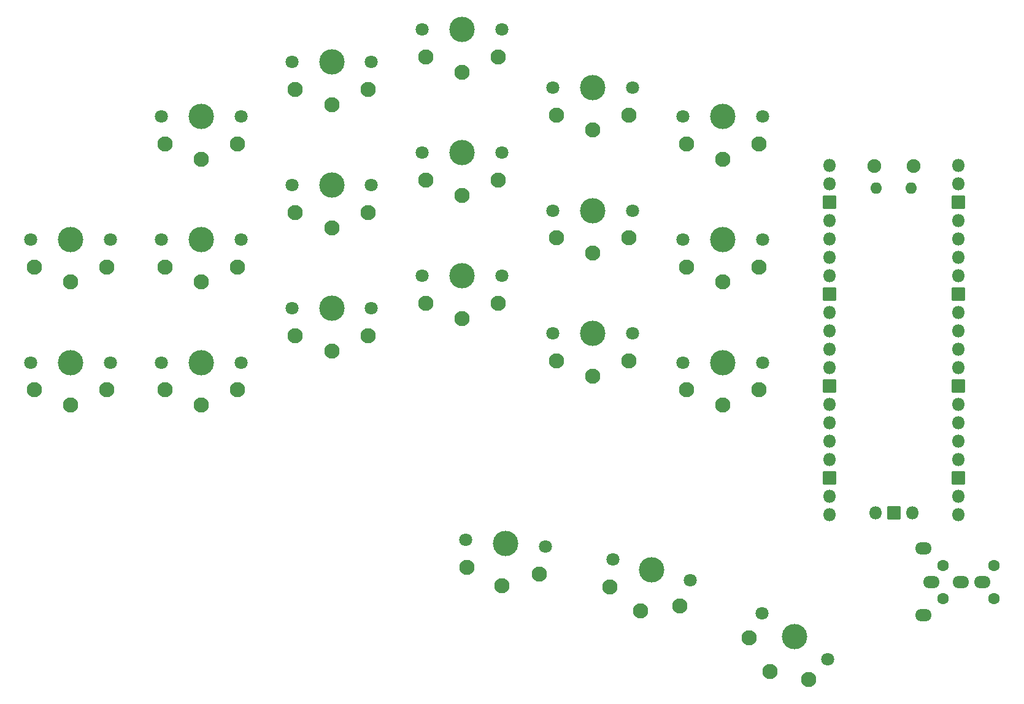
<source format=gbr>
%TF.GenerationSoftware,KiCad,Pcbnew,6.0.7-1.fc36*%
%TF.CreationDate,2022-09-26T09:29:46-04:00*%
%TF.ProjectId,junk,6a756e6b-2e6b-4696-9361-645f70636258,v1.0.0*%
%TF.SameCoordinates,Original*%
%TF.FileFunction,Soldermask,Bot*%
%TF.FilePolarity,Negative*%
%FSLAX46Y46*%
G04 Gerber Fmt 4.6, Leading zero omitted, Abs format (unit mm)*
G04 Created by KiCad (PCBNEW 6.0.7-1.fc36) date 2022-09-26 09:29:46*
%MOMM*%
%LPD*%
G01*
G04 APERTURE LIST*
G04 Aperture macros list*
%AMRoundRect*
0 Rectangle with rounded corners*
0 $1 Rounding radius*
0 $2 $3 $4 $5 $6 $7 $8 $9 X,Y pos of 4 corners*
0 Add a 4 corners polygon primitive as box body*
4,1,4,$2,$3,$4,$5,$6,$7,$8,$9,$2,$3,0*
0 Add four circle primitives for the rounded corners*
1,1,$1+$1,$2,$3*
1,1,$1+$1,$4,$5*
1,1,$1+$1,$6,$7*
1,1,$1+$1,$8,$9*
0 Add four rect primitives between the rounded corners*
20,1,$1+$1,$2,$3,$4,$5,0*
20,1,$1+$1,$4,$5,$6,$7,0*
20,1,$1+$1,$6,$7,$8,$9,0*
20,1,$1+$1,$8,$9,$2,$3,0*%
G04 Aperture macros list end*
%ADD10C,1.800000*%
%ADD11C,3.500000*%
%ADD12C,2.100000*%
%ADD13C,1.600000*%
%ADD14O,2.300000X1.700000*%
%ADD15O,1.600000X1.600000*%
%ADD16O,1.900000X1.900000*%
%ADD17O,1.800000X1.800000*%
%ADD18RoundRect,0.050000X-0.850000X-0.850000X0.850000X-0.850000X0.850000X0.850000X-0.850000X0.850000X0*%
G04 APERTURE END LIST*
D10*
%TO.C,S3*%
X183970000Y-159930000D03*
D11*
X178470000Y-159930000D03*
D10*
X172970000Y-159930000D03*
D12*
X178470000Y-165830000D03*
X173470000Y-163730000D03*
X183470000Y-163730000D03*
%TD*%
D13*
%TO.C,U2*%
X287860000Y-187960000D03*
X280860000Y-187960000D03*
X280860000Y-192560000D03*
X287860000Y-192560000D03*
D14*
X278160000Y-194860000D03*
X278160000Y-185660000D03*
X279260000Y-190260000D03*
X283260000Y-190260000D03*
X286260000Y-190260000D03*
%TD*%
D10*
%TO.C,S13*%
X237970000Y-138930000D03*
D11*
X232470000Y-138930000D03*
D10*
X226970000Y-138930000D03*
D12*
X232470000Y-144830000D03*
X227470000Y-142730000D03*
X237470000Y-142730000D03*
%TD*%
D10*
%TO.C,S10*%
X219970000Y-130930000D03*
X208970000Y-130930000D03*
D11*
X214470000Y-130930000D03*
D12*
X214470000Y-136830000D03*
X209470000Y-134730000D03*
X219470000Y-134730000D03*
%TD*%
D11*
%TO.C,S17*%
X250470000Y-125930000D03*
D10*
X244970000Y-125930000D03*
X255970000Y-125930000D03*
D12*
X250470000Y-131830000D03*
X255470000Y-129730000D03*
X245470000Y-129730000D03*
%TD*%
D10*
%TO.C,S8*%
X190970000Y-118430000D03*
X201970000Y-118430000D03*
D11*
X196470000Y-118430000D03*
D12*
X196470000Y-124330000D03*
X191470000Y-122230000D03*
X201470000Y-122230000D03*
%TD*%
D10*
%TO.C,S11*%
X208970000Y-113930000D03*
X219970000Y-113930000D03*
D11*
X214470000Y-113930000D03*
D12*
X214470000Y-119830000D03*
X209470000Y-117730000D03*
X219470000Y-117730000D03*
%TD*%
D10*
%TO.C,S5*%
X183970000Y-125930000D03*
X172970000Y-125930000D03*
D11*
X178470000Y-125930000D03*
D12*
X178470000Y-131830000D03*
X173470000Y-129730000D03*
X183470000Y-129730000D03*
%TD*%
D11*
%TO.C,S2*%
X160470000Y-142930000D03*
D10*
X154970000Y-142930000D03*
X165970000Y-142930000D03*
D12*
X160470000Y-148830000D03*
X165470000Y-146730000D03*
X155470000Y-146730000D03*
%TD*%
D10*
%TO.C,S19*%
X235327388Y-187151507D03*
X245952572Y-189998517D03*
D11*
X240639980Y-188575012D03*
D12*
X239112948Y-194273974D03*
X234826838Y-190951435D03*
X244486097Y-193539625D03*
%TD*%
D11*
%TO.C,S6*%
X196470000Y-152430000D03*
D10*
X201970000Y-152430000D03*
X190970000Y-152430000D03*
D12*
X196470000Y-158330000D03*
X201470000Y-156230000D03*
X191470000Y-156230000D03*
%TD*%
D11*
%TO.C,S16*%
X250470000Y-142930000D03*
D10*
X244970000Y-142930000D03*
X255970000Y-142930000D03*
D12*
X250470000Y-148830000D03*
X245470000Y-146730000D03*
X255470000Y-146730000D03*
%TD*%
D11*
%TO.C,S20*%
X260379303Y-197779610D03*
D10*
X264884639Y-200934280D03*
X255873967Y-194624940D03*
D12*
X256995202Y-202612607D03*
X262295473Y-203760270D03*
X254103952Y-198024506D03*
%TD*%
D10*
%TO.C,S14*%
X226970000Y-121930000D03*
X237970000Y-121930000D03*
D11*
X232470000Y-121930000D03*
D12*
X232470000Y-127830000D03*
X227470000Y-125730000D03*
X237470000Y-125730000D03*
%TD*%
D10*
%TO.C,S7*%
X190970000Y-135430000D03*
X201970000Y-135430000D03*
D11*
X196470000Y-135430000D03*
D12*
X196470000Y-141330000D03*
X201470000Y-139230000D03*
X191470000Y-139230000D03*
%TD*%
D11*
%TO.C,S4*%
X178470000Y-142930000D03*
D10*
X172970000Y-142930000D03*
X183970000Y-142930000D03*
D12*
X178470000Y-148830000D03*
X183470000Y-146730000D03*
X173470000Y-146730000D03*
%TD*%
D15*
%TO.C,U1*%
X271615000Y-135830000D03*
D16*
X276765000Y-132800000D03*
X271315000Y-132800000D03*
D15*
X276465000Y-135830000D03*
D17*
X265150000Y-132670000D03*
X265150000Y-135210000D03*
D18*
X265150000Y-137750000D03*
D17*
X265150000Y-140290000D03*
X265150000Y-142830000D03*
X265150000Y-145370000D03*
X265150000Y-147910000D03*
D18*
X265150000Y-150450000D03*
D17*
X265150000Y-152990000D03*
X265150000Y-155530000D03*
X265150000Y-158070000D03*
X265150000Y-160610000D03*
D18*
X265150000Y-163150000D03*
D17*
X265150000Y-165690000D03*
X265150000Y-168230000D03*
X265150000Y-170770000D03*
X265150000Y-173310000D03*
D18*
X265150000Y-175850000D03*
D17*
X265150000Y-178390000D03*
X265150000Y-180930000D03*
X282930000Y-180930000D03*
X282930000Y-178390000D03*
D18*
X282930000Y-175850000D03*
D17*
X282930000Y-173310000D03*
X282930000Y-170770000D03*
X282930000Y-168230000D03*
X282930000Y-165690000D03*
D18*
X282930000Y-163150000D03*
D17*
X282930000Y-160610000D03*
X282930000Y-158070000D03*
X282930000Y-155530000D03*
X282930000Y-152990000D03*
D18*
X282930000Y-150450000D03*
D17*
X282930000Y-147910000D03*
X282930000Y-145370000D03*
X282930000Y-142830000D03*
X282930000Y-140290000D03*
D18*
X282930000Y-137750000D03*
D17*
X282930000Y-135210000D03*
X282930000Y-132670000D03*
X271500000Y-180700000D03*
D18*
X274040000Y-180700000D03*
D17*
X276580000Y-180700000D03*
%TD*%
D11*
%TO.C,S9*%
X214470000Y-147930000D03*
D10*
X219970000Y-147930000D03*
X208970000Y-147930000D03*
D12*
X214470000Y-153830000D03*
X209470000Y-151730000D03*
X219470000Y-151730000D03*
%TD*%
D10*
%TO.C,S15*%
X244970000Y-159930000D03*
D11*
X250470000Y-159930000D03*
D10*
X255970000Y-159930000D03*
D12*
X250470000Y-165830000D03*
X255470000Y-163730000D03*
X245470000Y-163730000D03*
%TD*%
D11*
%TO.C,S18*%
X220470000Y-184930000D03*
D10*
X214990929Y-184450643D03*
X225949071Y-185409357D03*
D12*
X219955781Y-190807549D03*
X215157835Y-188279761D03*
X225119782Y-189151319D03*
%TD*%
D10*
%TO.C,S12*%
X226970000Y-155930000D03*
D11*
X232470000Y-155930000D03*
D10*
X237970000Y-155930000D03*
D12*
X232470000Y-161830000D03*
X237470000Y-159730000D03*
X227470000Y-159730000D03*
%TD*%
D10*
%TO.C,S1*%
X154970000Y-159930000D03*
D11*
X160470000Y-159930000D03*
D10*
X165970000Y-159930000D03*
D12*
X160470000Y-165830000D03*
X155470000Y-163730000D03*
X165470000Y-163730000D03*
%TD*%
M02*

</source>
